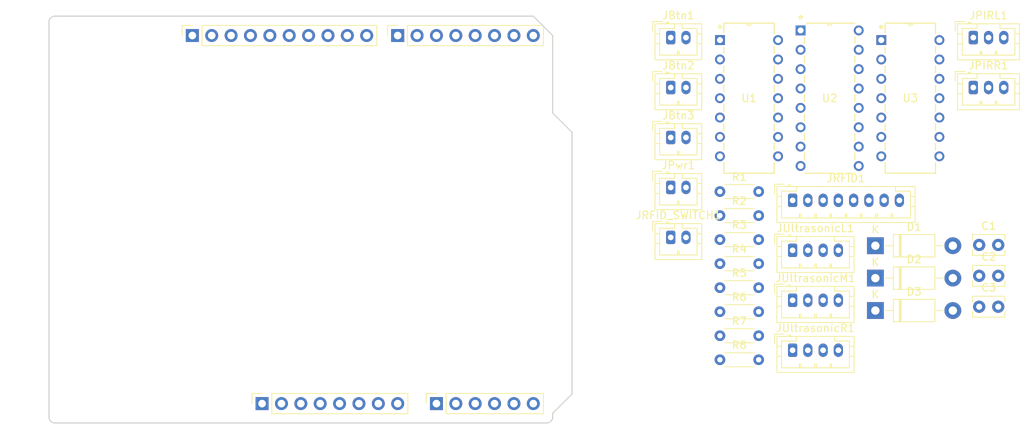
<source format=kicad_pcb>
(kicad_pcb (version 20221018) (generator pcbnew)
  (title_block (date "mar. 31 mars 2015"))
  (layers (0 "F.Cu" signal) (31 "B.Cu" signal) (34 "B.Paste" user) (35 "F.Paste" user) (36 "B.SilkS" user "B.Silkscreen") (37 "F.SilkS" user "F.Silkscreen") (38 "B.Mask" user) (39 "F.Mask" user) (44 "Edge.Cuts" user))
  (net 0 "")
  (net 1 "GND")
  (net 3 "Net-(D1-K)")
  (net 4 "/IOREF")
  (net 5 "/A0")
  (net 6 "/A1")
  (net 7 "/A2")
  (net 8 "/A3")
  (net 9 "Net-(D2-K)")
  (net 10 "Net-(D3-K)")
  (net 11 "/13")
  (net 12 "/12")
  (net 13 "/AREF")
  (net 14 "/8")
  (net 15 "/7")
  (net 16 "/*11")
  (net 17 "/*10")
  (net 18 "/*9")
  (net 19 "/4")
  (net 20 "/2")
  (net 21 "/*6")
  (net 22 "/*5")
  (net 23 "/TX{slash}1")
  (net 24 "/*3")
  (net 25 "/RX{slash}0")
  (net 26 "+3V3")
  (net 27 "VCC")
  (net 28 "/~{RESET}")
  (net 29 "Net-(D1-A)")
  (net 30 "Net-(D2-A)")
  (net 31 "Net-(D3-A)")
  (net 32 "5V")
  (net 33 "/RFID Card Trigger")
  (net 34 "/BtnPin3")
  (net 35 "/3V3")
  (net 36 "/SCK")
  (net 37 "/MOSI")
  (net 38 "/SSEL")
  (footprint "Connector_PinSocket_2.54mm:PinSocket_1x08_P2.54mm_Vertical" (layer "F.Cu") (at 127.94 97.46 90)
    (fp_text reference "J1" hide)
    (fp_text value "Power")
    (pad "1" thru_hole rect locked (at 0 0 90) (size 1.7 1.7) (drill 1) (layers "*.Cu" "*.Mask"))
    (pad "2" thru_hole oval locked (at 0 2.54 90) (size 1.7 1.7) (drill 1) (layers "*.Cu" "*.Mask") (net 4 "/IOREF"))
    (pad "3" thru_hole oval locked (at 0 5.08 90) (size 1.7 1.7) (drill 1) (layers "*.Cu" "*.Mask") (net 28 "/~{RESET}"))
    (pad "4" thru_hole oval locked (at 0 7.62 90) (size 1.7 1.7) (drill 1) (layers "*.Cu" "*.Mask") (net 26 "+3V3"))
    (pad "5" thru_hole oval locked (at 0 10.16 90) (size 1.7 1.7) (drill 1) (layers "*.Cu" "*.Mask") (net 32 "5V"))
    (pad "6" thru_hole oval locked (at 0 12.7 90) (size 1.7 1.7) (drill 1) (layers "*.Cu" "*.Mask") (net 1 "GND"))
    (pad "7" thru_hole oval locked (at 0 15.24 90) (size 1.7 1.7) (drill 1) (layers "*.Cu" "*.Mask") (net 1 "GND"))
    (pad "8" thru_hole oval locked (at 0 17.78 90) (size 1.7 1.7) (drill 1) (layers "*.Cu" "*.Mask") (net 27 "VCC"))
  )
  (footprint "Connector_PinSocket_2.54mm:PinSocket_1x06_P2.54mm_Vertical" (layer "F.Cu") (at 150.8 97.46 90)
    (fp_text reference "J3" hide)
    (fp_text value "Analog")
    (pad "1" thru_hole rect locked (at 0 0 90) (size 1.7 1.7) (drill 1) (layers "*.Cu" "*.Mask") (net 5 "/A0"))
    (pad "2" thru_hole oval locked (at 0 2.54 90) (size 1.7 1.7) (drill 1) (layers "*.Cu" "*.Mask") (net 6 "/A1"))
    (pad "3" thru_hole oval locked (at 0 5.08 90) (size 1.7 1.7) (drill 1) (layers "*.Cu" "*.Mask") (net 7 "/A2"))
    (pad "4" thru_hole oval locked (at 0 7.62 90) (size 1.7 1.7) (drill 1) (layers "*.Cu" "*.Mask") (net 8 "/A3"))
    (pad "5" thru_hole oval locked (at 0 10.16 90) (size 1.7 1.7) (drill 1) (layers "*.Cu" "*.Mask") (net 34 "/BtnPin3"))
    (pad "6" thru_hole oval locked (at 0 12.7 90) (size 1.7 1.7) (drill 1) (layers "*.Cu" "*.Mask") (net 33 "/RFID Card Trigger"))
  )
  (footprint "Connector_PinSocket_2.54mm:PinSocket_1x10_P2.54mm_Vertical" (layer "F.Cu") (at 118.796 49.2 90)
    (fp_text reference "J2" hide)
    (fp_text value "Digital/PWM")
    (pad "1" thru_hole rect locked (at 0 0 90) (size 1.7 1.7) (drill 1) (layers "*.Cu" "*.Mask") (net 33 "/RFID Card Trigger"))
    (pad "2" thru_hole oval locked (at 0 2.54 90) (size 1.7 1.7) (drill 1) (layers "*.Cu" "*.Mask") (net 34 "/BtnPin3"))
    (pad "3" thru_hole oval locked (at 0 5.08 90) (size 1.7 1.7) (drill 1) (layers "*.Cu" "*.Mask") (net 13 "/AREF"))
    (pad "4" thru_hole oval locked (at 0 7.62 90) (size 1.7 1.7) (drill 1) (layers "*.Cu" "*.Mask") (net 1 "GND"))
    (pad "5" thru_hole oval locked (at 0 10.16 90) (size 1.7 1.7) (drill 1) (layers "*.Cu" "*.Mask") (net 11 "/13"))
    (pad "6" thru_hole oval locked (at 0 12.7 90) (size 1.7 1.7) (drill 1) (layers "*.Cu" "*.Mask") (net 12 "/12"))
    (pad "7" thru_hole oval locked (at 0 15.24 90) (size 1.7 1.7) (drill 1) (layers "*.Cu" "*.Mask") (net 16 "/*11"))
    (pad "8" thru_hole oval locked (at 0 17.78 90) (size 1.7 1.7) (drill 1) (layers "*.Cu" "*.Mask") (net 17 "/*10"))
    (pad "9" thru_hole oval locked (at 0 20.32 90) (size 1.7 1.7) (drill 1) (layers "*.Cu" "*.Mask") (net 18 "/*9"))
    (pad "10" thru_hole oval locked (at 0 22.86 90) (size 1.7 1.7) (drill 1) (layers "*.Cu" "*.Mask") (net 14 "/8"))
  )
  (footprint "Connector_PinSocket_2.54mm:PinSocket_1x08_P2.54mm_Vertical" (layer "F.Cu") (at 145.72 49.2 90)
    (fp_text reference "J4" hide)
    (fp_text value "Digital/PWM")
    (pad "1" thru_hole rect locked (at 0 0 90) (size 1.7 1.7) (drill 1) (layers "*.Cu" "*.Mask") (net 15 "/7"))
    (pad "2" thru_hole oval locked (at 0 2.54 90) (size 1.7 1.7) (drill 1) (layers "*.Cu" "*.Mask") (net 21 "/*6"))
    (pad "3" thru_hole oval locked (at 0 5.08 90) (size 1.7 1.7) (drill 1) (layers "*.Cu" "*.Mask") (net 22 "/*5"))
    (pad "4" thru_hole oval locked (at 0 7.62 90) (size 1.7 1.7) (drill 1) (layers "*.Cu" "*.Mask") (net 19 "/4"))
    (pad "5" thru_hole oval locked (at 0 10.16 90) (size 1.7 1.7) (drill 1) (layers "*.Cu" "*.Mask") (net 24 "/*3"))
    (pad "6" thru_hole oval locked (at 0 12.7 90) (size 1.7 1.7) (drill 1) (layers "*.Cu" "*.Mask") (net 20 "/2"))
    (pad "7" thru_hole oval locked (at 0 15.24 90) (size 1.7 1.7) (drill 1) (layers "*.Cu" "*.Mask") (net 23 "/TX{slash}1"))
    (pad "8" thru_hole oval locked (at 0 17.78 90) (size 1.7 1.7) (drill 1) (layers "*.Cu" "*.Mask") (net 25 "/RX{slash}0"))
  )
  (footprint "Connector_JST:JST_PH_B3B-PH-K_1x03_P2.00mm_Vertical" (layer "F.Cu") (at 221.19 56.02)
    (fp_text reference "JPIRR1" (at 2 -2.9) (layer "F.SilkS"))
    (fp_text value "Conn_01x03")
    (pad "1" thru_hole roundrect (at 0 0) (size 1.2 1.75) (drill 0.75) (layers "*.Cu" "*.Mask") (roundrect_rratio 0.208333) (net 32 "5V"))
    (pad "2" thru_hole oval (at 2 0) (size 1.2 1.75) (drill 0.75) (layers "*.Cu" "*.Mask") (net 6 "/A1"))
    (pad "3" thru_hole oval (at 4 0) (size 1.2 1.75) (drill 0.75) (layers "*.Cu" "*.Mask") (net 1 "GND"))
  )
  (footprint "Capacitor_THT:C_Rect_L4.0mm_W2.5mm_P2.50mm" (layer "F.Cu") (at 221.96 80.71)
    (fp_text reference "C2" (at 1.25 -2.5) (layer "F.SilkS"))
    (fp_text value "10uF")
    (pad "1" thru_hole circle (at 0 0) (size 1.6 1.6) (drill 0.8) (layers "*.Cu" "*.Mask") (net 9 "Net-(D2-K)"))
    (pad "2" thru_hole circle (at 2.5 0) (size 1.6 1.6) (drill 0.8) (layers "*.Cu" "*.Mask") (net 1 "GND"))
  )
  (footprint "Resistor_THT:R_Axial_DIN0204_L3.6mm_D1.6mm_P5.08mm_Horizontal" (layer "F.Cu") (at 187.97 82.26)
    (fp_text reference "R5" (at 2.54 -1.92) (layer "F.SilkS"))
    (fp_text value "10k")
    (pad "1" thru_hole circle (at 0 0) (size 1.4 1.4) (drill 0.7) (layers "*.Cu" "*.Mask") (net 9 "Net-(D2-K)"))
    (pad "2" thru_hole oval (at 5.08 0) (size 1.4 1.4) (drill 0.7) (layers "*.Cu" "*.Mask") (net 30 "Net-(D2-A)"))
  )
  (footprint "Diode_THT:D_DO-41_SOD81_P10.16mm_Horizontal" (layer "F.Cu") (at 208.35 81.01)
    (fp_text reference "D2" (at 5.08 -2.47) (layer "F.SilkS"))
    (fp_text value "1N4001")
    (fp_text user "K" (at 0 -2.1) (layer "F.SilkS"))
    (pad "1" thru_hole rect (at 0 0) (size 2.2 2.2) (drill 1.1) (layers "*.Cu" "*.Mask") (net 9 "Net-(D2-K)"))
    (pad "2" thru_hole oval (at 10.16 0) (size 2.2 2.2) (drill 1.1) (layers "*.Cu" "*.Mask") (net 30 "Net-(D2-A)"))
  )
  (footprint "Resistor_THT:R_Axial_DIN0204_L3.6mm_D1.6mm_P5.08mm_Horizontal" (layer "F.Cu") (at 187.97 85.41)
    (fp_text reference "R6" (at 2.54 -1.92) (layer "F.SilkS"))
    (fp_text value "10k")
    (pad "1" thru_hole circle (at 0 0) (size 1.4 1.4) (drill 0.7) (layers "*.Cu" "*.Mask") (net 10 "Net-(D3-K)"))
    (pad "2" thru_hole oval (at 5.08 0) (size 1.4 1.4) (drill 0.7) (layers "*.Cu" "*.Mask") (net 31 "Net-(D3-A)"))
  )
  (footprint "CD4050BE:N16" (layer "F.Cu") (at 206.1687 66.3077)
    (fp_text reference "U2" (at -3.81 -8.89 unlocked) (layer "F.SilkS"))
    (fp_text value "CD4050BE")
    (fp_text user "*" (at -7.62 -19.1897) (layer "F.SilkS"))
    (fp_text user "*" (at -7.62 -19.1897 unlocked) (layer "F.SilkS"))
    (pad "1" thru_hole rect (at -7.62 -17.78) (size 1.2954 1.2954) (drill 0.7874) (layers "*.Cu" "*.Mask") (net 26 "+3V3"))
    (pad "2" thru_hole circle (at -7.62 -15.24) (size 1.2954 1.2954) (drill 0.7874) (layers "*.Cu" "*.Mask"))
    (pad "3" thru_hole circle (at -7.62 -12.7) (size 1.2954 1.2954) (drill 0.7874) (layers "*.Cu" "*.Mask"))
    (pad "4" thru_hole circle (at -7.62 -10.16) (size 1.2954 1.2954) (drill 0.7874) (layers "*.Cu" "*.Mask"))
    (pad "5" thru_hole circle (at -7.62 -7.62) (size 1.2954 1.2954) (drill 0.7874) (layers "*.Cu" "*.Mask"))
    (pad "6" thru_hole circle (at -7.62 -5.08) (size 1.2954 1.2954) (drill 0.7874) (layers "*.Cu" "*.Mask"))
    (pad "7" thru_hole circle (at -7.62 -2.54) (size 1.2954 1.2954) (drill 0.7874) (layers "*.Cu" "*.Mask"))
    (pad "8" thru_hole circle (at -7.62 0) (size 1.2954 1.2954) (drill 0.7874) (layers "*.Cu" "*.Mask") (net 1 "GND"))
    (pad "9" thru_hole circle (at 0 0) (size 1.2954 1.2954) (drill 0.7874) (layers "*.Cu" "*.Mask") (net 11 "/13"))
    (pad "10" thru_hole circle (at 0 -2.54) (size 1.2954 1.2954) (drill 0.7874) (layers "*.Cu" "*.Mask") (net 36 "/SCK"))
    (pad "11" thru_hole circle (at 0 -5.08) (size 1.2954 1.2954) (drill 0.7874) (layers "*.Cu" "*.Mask") (net 16 "/*11"))
    (pad "12" thru_hole circle (at 0 -7.62) (size 1.2954 1.2954) (drill 0.7874) (layers "*.Cu" "*.Mask") (net 37 "/MOSI"))
    (pad "13" thru_hole circle (at 0 -10.16) (size 1.2954 1.2954) (drill 0.7874) (layers "*.Cu" "*.Mask"))
    (pad "14" thru_hole circle (at 0 -12.7) (size 1.2954 1.2954) (drill 0.7874) (layers "*.Cu" "*.Mask") (net 17 "/*10"))
    (pad "15" thru_hole circle (at 0 -15.24) (size 1.2954 1.2954) (drill 0.7874) (layers "*.Cu" "*.Mask") (net 38 "/SSEL"))
    (pad "16" thru_hole circle (at 0 -17.78) (size 1.2954 1.2954) (drill 0.7874) (layers "*.Cu" "*.Mask"))
  )
  (footprint "Resistor_THT:R_Axial_DIN0204_L3.6mm_D1.6mm_P5.08mm_Horizontal" (layer "F.Cu") (at 187.97 75.96)
    (fp_text reference "R3" (at 2.54 -1.92) (layer "F.SilkS"))
    (fp_text value "10k")
    (pad "1" thru_hole circle (at 0 0) (size 1.4 1.4) (drill 0.7) (layers "*.Cu" "*.Mask") (net 32 "5V"))
    (pad "2" thru_hole oval (at 5.08 0) (size 1.4 1.4) (drill 0.7) (layers "*.Cu" "*.Mask") (net 31 "Net-(D3-A)"))
  )
  (footprint "Diode_THT:D_DO-41_SOD81_P10.16mm_Horizontal" (layer "F.Cu") (at 208.35 85.26)
    (fp_text reference "D3" (at 5.08 -2.47) (layer "F.SilkS"))
    (fp_text value "1N4001")
    (fp_text user "K" (at 0 -2.1) (layer "F.SilkS"))
    (pad "1" thru_hole rect (at 0 0) (size 2.2 2.2) (drill 1.1) (layers "*.Cu" "*.Mask") (net 10 "Net-(D3-K)"))
    (pad "2" thru_hole oval (at 10.16 0) (size 2.2 2.2) (drill 1.1) (layers "*.Cu" "*.Mask") (net 31 "Net-(D3-A)"))
  )
  (footprint "Resistor_THT:R_Axial_DIN0204_L3.6mm_D1.6mm_P5.08mm_Horizontal" (layer "F.Cu") (at 187.97 91.71)
    (fp_text reference "R8" (at 2.54 -1.92) (layer "F.SilkS"))
    (fp_text value "10k")
    (pad "1" thru_hole circle (at 0 0) (size 1.4 1.4) (drill 0.7) (layers "*.Cu" "*.Mask") (net 5 "/A0"))
    (pad "2" thru_hole oval (at 5.08 0) (size 1.4 1.4) (drill 0.7) (layers "*.Cu" "*.Mask") (net 1 "GND"))
  )
  (footprint "Connector_JST:JST_PH_B4B-PH-K_1x04_P2.00mm_Vertical" (layer "F.Cu") (at 197.5 90.46)
    (fp_text reference "JUltrasonicR1" (at 3 -2.9) (layer "F.SilkS"))
    (fp_text value "Conn_01x04")
    (pad "1" thru_hole roundrect (at 0 0) (size 1.2 1.75) (drill 0.75) (layers "*.Cu" "*.Mask") (roundrect_rratio 0.208333) (net 32 "5V"))
    (pad "2" thru_hole oval (at 2 0) (size 1.2 1.75) (drill 0.75) (layers "*.Cu" "*.Mask") (net 15 "/7"))
    (pad "3" thru_hole oval (at 4 0) (size 1.2 1.75) (drill 0.75) (layers "*.Cu" "*.Mask") (net 19 "/4"))
    (pad "4" thru_hole oval (at 6 0) (size 1.2 1.75) (drill 0.75) (layers "*.Cu" "*.Mask") (net 1 "GND"))
  )
  (footprint "Arduino_MountingHole:MountingHole_3.2mm" (layer "F.Cu") (at 115.24 49.2)
    (fp_text reference "MH1" hide)
    (fp_text value "MountingHole_3.2mm" hide)
    (pad "" np_thru_hole circle locked (at 0 0) (size 3.2 3.2) (drill 3.2) (layers "*.Cu" "*.Mask"))
  )
  (footprint "CD74HC14E:N14" (layer "F.Cu") (at 195.5929 65.0377)
    (fp_text reference "U1" (at -3.81 -7.62 unlocked) (layer "F.SilkS"))
    (fp_text value "CD74HC14E")
    (fp_text user "*" (at -7.62 -16.6497 unlocked) (layer "F.SilkS"))
    (fp_text user "*" (at -7.62 -16.6497) (layer "F.SilkS"))
    (pad "1" thru_hole rect (at -7.62 -15.24) (size 1.2954 1.2954) (drill 0.7874) (layers "*.Cu" "*.Mask") (net 3 "Net-(D1-K)"))
    (pad "2" thru_hole circle (at -7.62 -12.7) (size 1.2954 1.2954) (drill 0.7874) (layers "*.Cu" "*.Mask") (net 7 "/A2"))
    (pad "3" thru_hole circle (at -7.62 -10.16) (size 1.2954 1.2954) (drill 0.7874) (layers "*.Cu" "*.Mask") (net 9 "Net-(D2-K)"))
    (pad "4" thru_hole circle (at -7.62 -7.62) (size 1.2954 1.2954) (drill 0.7874) (layers "*.Cu" "*.Mask") (net 8 "/A3"))
    (pad "5" thru_hole circle (at -7.62 -5.08) (size 1.2954 1.2954) (drill 0.7874) (layers "*.Cu" "*.Mask") (net 10 "Net-(D3-K)"))
    (pad "6" thru_hole circle (at -7.62 -2.54) (size 1.2954 1.2954) (drill 0.7874) (layers "*.Cu" "*.Mask") (net 34 "/BtnPin3"))
    (pad "7" thru_hole circle (at -7.62 0) (size 1.2954 1.2954) (drill 0.7874) (layers "*.Cu" "*.Mask") (net 1 "GND"))
    (pad "8" thru_hole circle (at 0 0) (size 1.2954 1.2954) (drill 0.7874) (layers "*.Cu" "*.Mask"))
    (pad "9" thru_hole circle (at 0 -2.54) (size 1.2954 1.2954) (drill 0.7874) (layers "*.Cu" "*.Mask") (net 1 "GND"))
    (pad "10" thru_hole circle (at 0 -5.08) (size 1.2954 1.2954) (drill 0.7874) (layers "*.Cu" "*.Mask"))
    (pad "11" thru_hole circle (at 0 -7.62) (size 1.2954 1.2954) (drill 0.7874) (layers "*.Cu" "*.Mask") (net 1 "GND"))
    (pad "12" thru_hole circle (at 0 -10.16) (size 1.2954 1.2954) (drill 0.7874) (layers "*.Cu" "*.Mask"))
    (pad "13" thru_hole circle (at 0 -12.7) (size 1.2954 1.2954) (drill 0.7874) (layers "*.Cu" "*.Mask") (net 1 "GND"))
    (pad "14" thru_hole circle (at 0 -15.24) (size 1.2954 1.2954) (drill 0.7874) (layers "*.Cu" "*.Mask") (net 32 "5V"))
  )
  (footprint "Resistor_THT:R_Axial_DIN0204_L3.6mm_D1.6mm_P5.08mm_Horizontal" (layer "F.Cu") (at 187.97 72.81)
    (fp_text reference "R2" (at 2.54 -1.92) (layer "F.SilkS"))
    (fp_text value "10k")
    (pad "1" thru_hole circle (at 0 0) (size 1.4 1.4) (drill 0.7) (layers "*.Cu" "*.Mask") (net 32 "5V"))
    (pad "2" thru_hole oval (at 5.08 0) (size 1.4 1.4) (drill 0.7) (layers "*.Cu" "*.Mask") (net 30 "Net-(D2-A)"))
  )
  (footprint "Connector_JST:JST_PH_B3B-PH-K_1x03_P2.00mm_Vertical" (layer "F.Cu") (at 221.19 49.47)
    (fp_text reference "JPIRL1" (at 2 -2.9) (layer "F.SilkS"))
    (fp_text value "Conn_01x03")
    (pad "1" thru_hole roundrect (at 0 0) (size 1.2 1.75) (drill 0.75) (layers "*.Cu" "*.Mask") (roundrect_rratio 0.208333) (net 32 "5V"))
    (pad "2" thru_hole oval (at 2 0) (size 1.2 1.75) (drill 0.75) (layers "*.Cu" "*.Mask") (net 5 "/A0"))
    (pad "3" thru_hole oval (at 4 0) (size 1.2 1.75) (drill 0.75) (layers "*.Cu" "*.Mask") (net 1 "GND"))
  )
  (footprint "Resistor_THT:R_Axial_DIN0204_L3.6mm_D1.6mm_P5.08mm_Horizontal" (layer "F.Cu") (at 187.97 88.56)
    (fp_text reference "R7" (at 2.54 -1.92) (layer "F.SilkS"))
    (fp_text value "10k")
    (pad "1" thru_hole circle (at 0 0) (size 1.4 1.4) (drill 0.7) (layers "*.Cu" "*.Mask") (net 6 "/A1"))
    (pad "2" thru_hole oval (at 5.08 0) (size 1.4 1.4) (drill 0.7) (layers "*.Cu" "*.Mask") (net 1 "GND"))
  )
  (footprint "Resistor_THT:R_Axial_DIN0204_L3.6mm_D1.6mm_P5.08mm_Horizontal" (layer "F.Cu") (at 187.97 79.11)
    (fp_text reference "R4" (at 2.54 -1.92) (layer "F.SilkS"))
    (fp_text value "10k")
    (pad "1" thru_hole circle (at 0 0) (size 1.4 1.4) (drill 0.7) (layers "*.Cu" "*.Mask") (net 3 "Net-(D1-K)"))
    (pad "2" thru_hole oval (at 5.08 0) (size 1.4 1.4) (drill 0.7) (layers "*.Cu" "*.Mask") (net 29 "Net-(D1-A)"))
  )
  (footprint "Resistor_THT:R_Axial_DIN0204_L3.6mm_D1.6mm_P5.08mm_Horizontal" (layer "F.Cu") (at 187.97 69.66)
    (fp_text reference "R1" (at 2.54 -1.92) (layer "F.SilkS"))
    (fp_text value "10k")
    (pad "1" thru_hole circle (at 0 0) (size 1.4 1.4) (drill 0.7) (layers "*.Cu" "*.Mask") (net 32 "5V"))
    (pad "2" thru_hole oval (at 5.08 0) (size 1.4 1.4) (drill 0.7) (layers "*.Cu" "*.Mask") (net 29 "Net-(D1-A)"))
  )
  (footprint "Connector_JST:JST_PH_B2B-PH-K_1x02_P2.00mm_Vertical" (layer "F.Cu") (at 181.52 62.57)
    (fp_text reference "JBtn3" (at 1 -2.9) (layer "F.SilkS"))
    (fp_text value "Conn_01x02")
    (pad "1" thru_hole roundrect (at 0 0) (size 1.2 1.75) (drill 0.75) (layers "*.Cu" "*.Mask") (roundrect_rratio 0.208333) (net 31 "Net-(D3-A)"))
    (pad "2" thru_hole oval (at 2 0) (size 1.2 1.75) (drill 0.75) (layers "*.Cu" "*.Mask") (net 1 "GND"))
  )
  (footprint "Diode_THT:D_DO-41_SOD81_P10.16mm_Horizontal" (layer "F.Cu") (at 208.35 76.76)
    (fp_text reference "D1" (at 5.08 -2.47) (layer "F.SilkS"))
    (fp_text value "1N4001")
    (fp_text user "K" (at 0 -2.1) (layer "F.SilkS"))
    (pad "1" thru_hole rect (at 0 0) (size 2.2 2.2) (drill 1.1) (layers "*.Cu" "*.Mask") (net 3 "Net-(D1-K)"))
    (pad "2" thru_hole oval (at 10.16 0) (size 2.2 2.2) (drill 1.1) (layers "*.Cu" "*.Mask") (net 29 "Net-(D1-A)"))
  )
  (footprint "Connector_JST:JST_PH_B4B-PH-K_1x04_P2.00mm_Vertical" (layer "F.Cu") (at 197.5 83.91)
    (fp_text reference "JUltrasonicM1" (at 3 -2.9) (layer "F.SilkS"))
    (fp_text value "Conn_01x04")
    (pad "1" thru_hole roundrect (at 0 0) (size 1.2 1.75) (drill 0.75) (layers "*.Cu" "*.Mask") (roundrect_rratio 0.208333) (net 32 "5V"))
    (pad "2" thru_hole oval (at 2 0) (size 1.2 1.75) (drill 0.75) (layers "*.Cu" "*.Mask") (net 18 "/*9"))
    (pad "3" thru_hole oval (at 4 0) (size 1.2 1.75) (drill 0.75) (layers "*.Cu" "*.Mask") (net 21 "/*6"))
    (pad "4" thru_hole oval (at 6 0) (size 1.2 1.75) (drill 0.75) (layers "*.Cu" "*.Mask") (net 1 "GND"))
  )
  (footprint "CD74HC14E:N14" (layer "F.Cu") (at 216.7445 65.0377)
    (fp_text reference "U3" (at -3.81 -7.62 unlocked) (layer "F.SilkS"))
    (fp_text value "SN74AHC86N")
    (fp_text user "*" (at -7.62 -16.6497 unlocked) (layer "F.SilkS"))
    (fp_text user "*" (at -7.62 -16.6497) (layer "F.SilkS"))
    (pad "1" thru_hole rect (at -7.62 -15.24) (size 1.2954 1.2954) (drill 0.7874) (layers "*.Cu" "*.Mask") (net 21 "/*6"))
    (pad "2" thru_hole circle (at -7.62 -12.7) (size 1.2954 1.2954) (drill 0.7874) (layers "*.Cu" "*.Mask") (net 33 "/RFID Card Trigger"))
    (pad "3" thru_hole circle (at -7.62 -10.16) (size 1.2954 1.2954) (drill 0.7874) (layers "*.Cu" "*.Mask") (net 24 "/*3"))
    (pad "4" thru_hole circle (at -7.62 -7.62) (size 1.2954 1.2954) (drill 0.7874) (layers "*.Cu" "*.Mask") (net 22 "/*5"))
    (pad "5" thru_hole circle (at -7.62 -5.08) (size 1.2954 1.2954) (drill 0.7874) (layers "*.Cu" "*.Mask") (net 19 "/4"))
    (pad "6" thru_hole circle (at -7.62 -2.54) (size 1.2954 1.2954) (drill 0.7874) (layers "*.Cu" "*.Mask") (net 20 "/2"))
    (pad "7" thru_hole circle (at -7.62 0) (size 1.2954 1.2954) (drill 0.7874) (layers "*.Cu" "*.Mask") (net 1 "GND"))
    (pad "8" thru_hole circle (at 0 0) (size 1.2954 1.2954) (drill 0.7874) (layers "*.Cu" "*.Mask"))
    (pad "9" thru_hole circle (at 0 -2.54) (size 1.2954 1.2954) (drill 0.7874) (layers "*.Cu" "*.Mask") (net 1 "GND"))
    (pad "10" thru_hole circle (at 0 -5.08) (size 1.2954 1.2954) (drill 0.7874) (layers "*.Cu" "*.Mask") (net 1 "GND"))
    (pad "11" thru_hole circle (at 0 -7.62) (size 1.2954 1.2954) (drill 0.7874) (layers "*.Cu" "*.Mask"))
    (pad "12" thru_hole circle (at 0 -10.16) (size 1.2954 1.2954) (drill 0.7874) (layers "*.Cu" "*.Mask") (net 1 "GND"))
    (pad "13" thru_hole circle (at 0 -12.7) (size 1.2954 1.2954) (drill 0.7874) (layers "*.Cu" "*.Mask") (net 1 "GND"))
    (pad "14" thru_hole circle (at 0 -15.24) (size 1.2954 1.2954) (drill 0.7874) (layers "*.Cu" "*.Mask") (net 32 "5V"))
  )
  (footprint "Connector_JST:JST_PH_B2B-PH-K_1x02_P2.00mm_Vertical" (layer "F.Cu") (at 181.52 69.12)
    (fp_text reference "JPwr1" (at 1 -2.9) (layer "F.SilkS"))
    (fp_text value "Conn_01x02")
    (pad "1" thru_hole roundrect (at 0 0) (size 1.2 1.75) (drill 0.75) (layers "*.Cu" "*.Mask") (roundrect_rratio 0.208333) (net 32 "5V"))
    (pad "2" thru_hole oval (at 2 0) (size 1.2 1.75) (drill 0.75) (layers "*.Cu" "*.Mask") (net 1 "GND"))
  )
  (footprint "Connector_JST:JST_PH_B2B-PH-K_1x02_P2.00mm_Vertical" (layer "F.Cu") (at 181.52 49.47)
    (fp_text reference "JBtn1" (at 1 -2.9) (layer "F.SilkS"))
    (fp_text value "Conn_01x02")
    (pad "1" thru_hole roundrect (at 0 0) (size 1.2 1.75) (drill 0.75) (layers "*.Cu" "*.Mask") (roundrect_rratio 0.208333) (net 29 "Net-(D1-A)"))
    (pad "2" thru_hole oval (at 2 0) (size 1.2 1.75) (drill 0.75) (layers "*.Cu" "*.Mask") (net 1 "GND"))
  )
  (footprint "Connector_JST:JST_PH_B8B-PH-K_1x08_P2.00mm_Vertical" (layer "F.Cu") (at 197.5 70.81)
    (fp_text reference "JRFID1" (at 7 -2.9) (layer "F.SilkS"))
    (fp_text value "Conn_01x08")
    (pad "1" thru_hole roundrect (at 0 0) (size 1.2 1.75) (drill 0.75) (layers "*.Cu" "*.Mask") (roundrect_rratio 0.208333) (net 35 "/3V3"))
    (pad "2" thru_hole oval (at 2 0) (size 1.2 1.75) (drill 0.75) (layers "*.Cu" "*.Mask") (net 36 "/SCK"))
    (pad "3" thru_hole oval (at 4 0) (size 1.2 1.75) (drill 0.75) (layers "*.Cu" "*.Mask") (net 12 "/12"))
    (pad "4" thru_hole oval (at 6 0) (size 1.2 1.75) (drill 0.75) (layers "*.Cu" "*.Mask") (net 37 "/MOSI"))
    (pad "5" thru_hole oval (at 8 0) (size 1.2 1.75) (drill 0.75) (layers "*.Cu" "*.Mask") (net 38 "/SSEL"))
    (pad "6" thru_hole oval (at 10 0) (size 1.2 1.75) (drill 0.75) (layers "*.Cu" "*.Mask"))
    (pad "7" thru_hole oval (at 12 0) (size 1.2 1.75) (drill 0.75) (layers "*.Cu" "*.Mask"))
    (pad "8" thru_hole oval (at 14 0) (size 1.2 1.75) (drill 0.75) (layers "*.Cu" "*.Mask") (net 1 "GND"))
  )
  (footprint "Capacitor_THT:C_Rect_L4.0mm_W2.5mm_P2.50mm" (layer "F.Cu") (at 221.96 84.76)
    (fp_text reference "C3" (at 1.25 -2.5) (layer "F.SilkS"))
    (fp_text value "10uF")
    (pad "1" thru_hole circle (at 0 0) (size 1.6 1.6) (drill 0.8) (layers "*.Cu" "*.Mask") (net 10 "Net-(D3-K)"))
    (pad "2" thru_hole circle (at 2.5 0) (size 1.6 1.6) (drill 0.8) (layers "*.Cu" "*.Mask") (net 1 "GND"))
  )
  (footprint "Connector_JST:JST_PH_B2B-PH-K_1x02_P2.00mm_Vertical" (layer "F.Cu") (at 181.52 75.67)
    (fp_text reference "JRFID_SWITCH1" (at 1 -2.9) (layer "F.SilkS"))
    (fp_text value "Conn_01x02")
    (pad "1" thru_hole roundrect (at 0 0) (size 1.2 1.75) (drill 0.75) (layers "*.Cu" "*.Mask") (roundrect_rratio 0.208333) (net 33 "/RFID Card Trigger"))
    (pad "2" thru_hole oval (at 2 0) (size 1.2 1.75) (drill 0.75) (layers "*.Cu" "*.Mask") (net 1 "GND"))
  )
  (footprint "Capacitor_THT:C_Rect_L4.0mm_W2.5mm_P2.50mm" (layer "F.Cu") (at 221.96 76.66)
    (fp_text reference "C1" (at 1.25 -2.5) (layer "F.SilkS"))
    (fp_text value "10uF")
    (pad "1" thru_hole circle (at 0 0) (size 1.6 1.6) (drill 0.8) (layers "*.Cu" "*.Mask") (net 3 "Net-(D1-K)"))
    (pad "2" thru_hole circle (at 2.5 0) (size 1.6 1.6) (drill 0.8) (layers "*.Cu" "*.Mask") (net 1 "GND"))
  )
  (footprint "Arduino_MountingHole:MountingHole_3.2mm" (layer "F.Cu") (at 113.97 97.46)
    (fp_text reference "MH2" hide)
    (fp_text value "MountingHole_3.2mm" hide)
    (pad "" np_thru_hole circle locked (at 0 0) (size 3.2 3.2) (drill 3.2) (layers "*.Cu" "*.Mask"))
  )
  (footprint "Arduino_MountingHole:MountingHole_3.2mm" (layer "F.Cu") (at 166.04 64.44)
    (fp_text reference "MH3" hide)
    (fp_text value "MountingHole_3.2mm" hide)
    (pad "" np_thru_hole circle locked (at 0 0) (size 3.2 3.2) (drill 3.2) (layers "*.Cu" "*.Mask"))
  )
  (footprint "Arduino_MountingHole:MountingHole_3.2mm" (layer "F.Cu") (at 166.04 92.38)
    (fp_text reference "MH4" hide)
    (fp_text value "MountingHole_3.2mm" hide)
    (pad "" np_thru_hole circle locked (at 0 0) (size 3.2 3.2) (drill 3.2) (layers "*.Cu" "*.Mask"))
  )
  (footprint "Connector_JST:JST_PH_B4B-PH-K_1x04_P2.00mm_Vertical" (layer "F.Cu") (at 197.5 77.36)
    (fp_text reference "JUltrasonicL1" (at 3 -2.9) (layer "F.SilkS"))
    (fp_text value "Conn_01x04")
    (pad "1" thru_hole roundrect (at 0 0) (size 1.2 1.75) (drill 0.75) (layers "*.Cu" "*.Mask") (roundrect_rratio 0.208333) (net 32 "5V"))
    (pad "2" thru_hole oval (at 2 0) (size 1.2 1.75) (drill 0.75) (layers "*.Cu" "*.Mask") (net 14 "/8"))
    (pad "3" thru_hole oval (at 4 0) (size 1.2 1.75) (drill 0.75) (layers "*.Cu" "*.Mask") (net 22 "/*5"))
    (pad "4" thru_hole oval (at 6 0) (size 1.2 1.75) (drill 0.75) (layers "*.Cu" "*.Mask") (net 1 "GND"))
  )
  (footprint "Connector_JST:JST_PH_B2B-PH-K_1x02_P2.00mm_Vertical" (layer "F.Cu") (at 181.52 56.02)
    (fp_text reference "JBtn2" (at 1 -2.9) (layer "F.SilkS"))
    (fp_text value "Conn_01x02")
    (pad "1" thru_hole roundrect (at 0 0) (size 1.2 1.75) (drill 0.75) (layers "*.Cu" "*.Mask") (roundrect_rratio 0.208333) (net 30 "Net-(D2-A)"))
    (pad "2" thru_hole oval (at 2 0) (size 1.2 1.75) (drill 0.75) (layers "*.Cu" "*.Mask") (net 1 "GND"))
  )
  (gr_line (start 166.04 59.36) (end 168.58 61.9) (stroke (width 0.15)) (layer "Edge.Cuts"))
  (gr_line (start 100 99.238) (end 100 47.422) (stroke (width 0.15)) (layer "Edge.Cuts"))
  (gr_line (start 168.58 61.9) (end 168.58 96.19) (stroke (width 0.15)) (layer "Edge.Cuts"))
  (gr_line (start 165.278 100) (end 100.762 100) (stroke (width 0.15)) (layer "Edge.Cuts"))
  (gr_line (start 100.762 46.66) (end 163.5 46.66) (stroke (width 0.15)) (layer "Edge.Cuts"))
  (gr_arc (start 100.762 100) (mid 100.223185 99.776815) (end 100 99.238) (stroke (width 0.15)) (layer "Edge.Cuts"))
  (gr_line (start 168.58 96.19) (end 166.04 98.73) (stroke (width 0.15)) (layer "Edge.Cuts"))
  (gr_line (start 163.5 46.66) (end 166.04 49.2) (stroke (width 0.15)) (layer "Edge.Cuts"))
  (gr_arc (start 166.04 99.238) (mid 165.816815 99.776815) (end 165.278 100) (stroke (width 0.15)) (layer "Edge.Cuts"))
  (gr_line (start 166.04 49.2) (end 166.04 59.36) (stroke (width 0.15)) (layer "Edge.Cuts"))
  (gr_line (start 166.04 98.73) (end 166.04 99.238) (stroke (width 0.15)) (layer "Edge.Cuts"))
  (gr_arc (start 100 47.422) (mid 100.223185 46.883185) (end 100.762 46.66) (stroke (width 0.15)) (layer "Edge.Cuts"))
)
</source>
